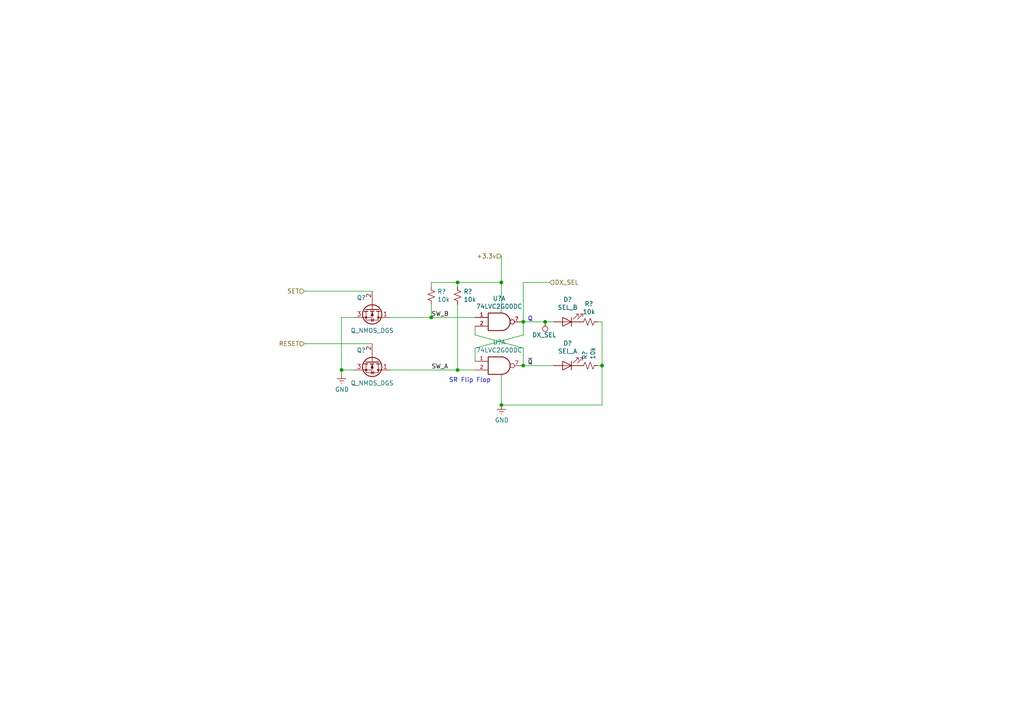
<source format=kicad_sch>
(kicad_sch (version 20210126) (generator eeschema)
  (paper "A4")
  (lib_symbols
    (symbol "DPSwitch-rescue:74LVC2G00-74xgxx" (pin_names (offset 1.016))
      (property "Reference" "U" (at -2.54 3.81 0))
      (property "Value" "74LVC2G00-74xgxx" (at 0 -3.81 0))
      (symbol "74LVC2G00-74xgxx_0_1"
        (arc (start 0 -2.54) (end 0 2.54) (radius (at 0 0) (length 2.54) (angles -89.9 89.9)) (stroke (width 0.254)))
        (polyline (pts (xy 0 -2.54) (xy -3.81 -2.54) (xy -3.81 2.54) (xy 0 2.54)) (stroke (width 0.254)))
        (pin power_in line (at 0 -2.54 270) (length 0) hide (name "GND") (number "4"))
        (pin power_in line (at 0 2.54 90) (length 0) hide (name "VCC") (number "8"))
      )
      (symbol "74LVC2G00-74xgxx_1_1"
        (pin input line (at -7.62 1.27 0) (length 3.81) (name "~") (number "1"))
        (pin input line (at -7.62 -1.27 0) (length 3.81) (name "~") (number "2"))
        (pin output inverted (at 6.35 0 180) (length 3.81) (name "~") (number "7"))
      )
      (symbol "74LVC2G00-74xgxx_2_1"
        (pin output inverted (at 6.35 0 180) (length 3.81) (name "~") (number "3"))
        (pin input line (at -7.62 1.27 0) (length 3.81) (name "~") (number "5"))
        (pin input line (at -7.62 -1.27 0) (length 3.81) (name "~") (number "6"))
      )
    )
    (symbol "DPSwitch-rescue:GND-visclib" (power) (pin_names (offset 0))
      (property "Value" "GND-visclib" (at 0 -3.81 0))
      (symbol "GND-visclib_0_1"
        (polyline (pts (xy -0.635 -1.905) (xy 0.635 -1.905)))
        (polyline (pts (xy -0.127 -2.54) (xy 0.127 -2.54)))
        (polyline (pts (xy 0 -1.27) (xy 0 0)))
        (polyline (pts (xy 1.27 -1.27) (xy -1.27 -1.27)))
      )
      (symbol "GND-visclib_1_1"
        (pin power_in line (at 0 0 270) (length 0) hide (name "GND") (number "1"))
      )
    )
    (symbol "DPSwitch-rescue:LED-device" (pin_numbers hide) (pin_names (offset 1.016) hide)
      (property "Reference" "D" (at 0 2.54 0))
      (property "Value" "LED-device" (at 0 -2.54 0))
      (symbol "LED-device_0_1"
        (polyline (pts (xy -1.27 -1.27) (xy -1.27 1.27)) (stroke (width 0.2032)))
        (polyline (pts (xy -1.27 0) (xy 1.27 0)))
        (polyline (pts (xy 1.27 -1.27) (xy 1.27 1.27) (xy -1.27 0) (xy 1.27 -1.27)) (stroke (width 0.2032)))
        (polyline (pts (xy -3.048 -0.762) (xy -4.572 -2.286) (xy -3.81 -2.286) (xy -4.572 -2.286) (xy -4.572 -1.524)))
        (polyline (pts (xy -1.778 -0.762) (xy -3.302 -2.286) (xy -2.54 -2.286) (xy -3.302 -2.286) (xy -3.302 -1.524)))
      )
      (symbol "LED-device_1_1"
        (pin passive line (at -3.81 0 0) (length 2.54) (name "K") (number "1"))
        (pin passive line (at 3.81 0 180) (length 2.54) (name "A") (number "2"))
      )
    )
    (symbol "DPSwitch-rescue:R_Small_US-device" (pin_numbers hide) (pin_names (offset 0.254) hide)
      (property "Reference" "R" (at 0.762 0.508 0))
      (property "Value" "R_Small_US-device" (at 0.762 -1.016 0))
      (symbol "R_Small_US-device_1_1"
        (polyline (pts (xy 0 0) (xy 1.016 -0.381) (xy 0 -0.762) (xy -1.016 -1.143) (xy 0 -1.524)))
        (polyline (pts (xy 0 1.524) (xy 1.016 1.143) (xy 0 0.762) (xy -1.016 0.381) (xy 0 0)))
        (pin passive line (at 0 2.54 270) (length 1.016) (name "~") (number "1"))
        (pin passive line (at 0 -2.54 90) (length 1.016) (name "~") (number "2"))
      )
    )
    (symbol "DPSwitch-rescue:TP-visclib" (pin_numbers hide) (pin_names (offset 0.762) hide)
      (property "Value" "TP-visclib" (at 0 5.08 90))
      (symbol "TP-visclib_0_1"
        (circle (center 0 2.032) (radius 0.762))
      )
      (symbol "TP-visclib_1_1"
        (pin passive line (at 0 0 90) (length 1.27) (name "1") (number "1"))
      )
    )
    (symbol "Device:Q_NMOS_DGS" (pin_names (offset 0) hide)
      (property "Reference" "Q" (at 5.08 1.27 0))
      (property "Value" "Q_NMOS_DGS" (at 5.08 -1.27 0))
      (symbol "Q_NMOS_DGS_0_1"
        (circle (center 1.651 0) (radius 2.794) (stroke (width 0.254)))
        (circle (center 2.54 -1.778) (radius 0.254) (fill (type outline)))
        (circle (center 2.54 1.778) (radius 0.254) (fill (type outline)))
        (polyline (pts (xy 0.254 0) (xy -2.54 0)))
        (polyline (pts (xy 0.254 1.905) (xy 0.254 -1.905)) (stroke (width 0.254)))
        (polyline (pts (xy 0.762 -1.27) (xy 0.762 -2.286)) (stroke (width 0.254)))
        (polyline (pts (xy 0.762 0.508) (xy 0.762 -0.508)) (stroke (width 0.254)))
        (polyline (pts (xy 0.762 2.286) (xy 0.762 1.27)) (stroke (width 0.254)))
        (polyline (pts (xy 2.54 2.54) (xy 2.54 1.778)))
        (polyline (pts (xy 2.54 -2.54) (xy 2.54 0) (xy 0.762 0)))
        (polyline (pts (xy 0.762 -1.778) (xy 3.302 -1.778) (xy 3.302 1.778) (xy 0.762 1.778)))
        (polyline (pts (xy 2.794 0.508) (xy 2.921 0.381) (xy 3.683 0.381) (xy 3.81 0.254)))
        (polyline (pts (xy 3.302 0.381) (xy 2.921 -0.254) (xy 3.683 -0.254) (xy 3.302 0.381)))
        (polyline (pts (xy 1.016 0) (xy 2.032 0.381) (xy 2.032 -0.381) (xy 1.016 0)) (fill (type outline)))
      )
      (symbol "Q_NMOS_DGS_1_1"
        (pin passive line (at 2.54 5.08 270) (length 2.54) (name "D") (number "1"))
        (pin input line (at -5.08 0 0) (length 2.54) (name "G") (number "2"))
        (pin passive line (at 2.54 -5.08 90) (length 2.54) (name "S") (number "3"))
      )
    )
  )
  (junction (at 99.06 107.315) (diameter 0.9144))
  (junction (at 125.095 92.075) (diameter 0.9144))
  (junction (at 132.715 81.915) (diameter 0.9144))
  (junction (at 132.715 107.315) (diameter 0.9144))
  (junction (at 145.415 81.915) (diameter 0.9144))
  (junction (at 145.415 117.475) (diameter 0.9144))
  (junction (at 151.765 93.345) (diameter 0.9144))
  (junction (at 151.765 106.045) (diameter 0.9144))
  (junction (at 158.115 93.345) (diameter 0.9144))
  (junction (at 174.625 106.045) (diameter 0.9144))
  (wire (pts (xy 88.265 84.455) (xy 107.95 84.455)))
  (wire (pts (xy 88.265 99.695) (xy 107.95 99.695)))
  (wire (pts (xy 99.06 92.075) (xy 99.06 107.315)))
  (wire (pts (xy 99.06 107.315) (xy 102.87 107.315)))
  (wire (pts (xy 99.06 108.585) (xy 99.06 107.315)))
  (wire (pts (xy 102.87 92.075) (xy 99.06 92.075)))
  (wire (pts (xy 113.03 92.075) (xy 125.095 92.075)))
  (wire (pts (xy 113.03 107.315) (xy 132.715 107.315)))
  (wire (pts (xy 125.095 81.915) (xy 132.715 81.915)))
  (wire (pts (xy 125.095 83.185) (xy 125.095 81.915)))
  (wire (pts (xy 125.095 88.265) (xy 125.095 92.075)))
  (wire (pts (xy 125.095 92.075) (xy 137.795 92.075)))
  (wire (pts (xy 132.715 81.915) (xy 132.715 83.185)))
  (wire (pts (xy 132.715 81.915) (xy 145.415 81.915)))
  (wire (pts (xy 132.715 88.265) (xy 132.715 107.315)))
  (wire (pts (xy 132.715 107.315) (xy 137.795 107.315)))
  (wire (pts (xy 137.795 94.615) (xy 137.795 97.155)))
  (wire (pts (xy 137.795 97.155) (xy 151.765 100.965)))
  (wire (pts (xy 137.795 100.965) (xy 151.765 97.155)))
  (wire (pts (xy 137.795 104.775) (xy 137.795 100.965)))
  (wire (pts (xy 145.415 74.295) (xy 145.415 81.915)))
  (wire (pts (xy 145.415 81.915) (xy 145.415 90.805)))
  (wire (pts (xy 145.415 108.585) (xy 145.415 117.475)))
  (wire (pts (xy 151.765 81.915) (xy 159.385 81.915)))
  (wire (pts (xy 151.765 93.345) (xy 151.765 81.915)))
  (wire (pts (xy 151.765 93.345) (xy 158.115 93.345)))
  (wire (pts (xy 151.765 97.155) (xy 151.765 93.345)))
  (wire (pts (xy 151.765 100.965) (xy 151.765 106.045)))
  (wire (pts (xy 158.115 93.345) (xy 160.655 93.345)))
  (wire (pts (xy 160.655 106.045) (xy 151.765 106.045)))
  (wire (pts (xy 173.355 93.345) (xy 174.625 93.345)))
  (wire (pts (xy 173.355 106.045) (xy 174.625 106.045)))
  (wire (pts (xy 174.625 93.345) (xy 174.625 106.045)))
  (wire (pts (xy 174.625 106.045) (xy 174.625 117.475)))
  (wire (pts (xy 174.625 117.475) (xy 145.415 117.475)))
  (text "SR Flip Flop" (at 130.175 111.125 0) (effects (font (size 1.27 1.27)) (justify left bottom)))
  (text "Q" (at 153.035 93.345 0) (effects (font (size 1.27 1.27)) (justify left bottom)))
  (label "SW_B" (at 125.095 92.075 0))
  (label "SW_A" (at 125.095 107.315 0))
  (label "~Q" (at 153.035 106.045 0))
  (hierarchical_label "SET" (shape input) (at 88.265 84.455 180))
  (hierarchical_label "RESET" (shape input) (at 88.265 99.695 180))
  (hierarchical_label "+3.3v" (shape input) (at 145.415 74.295 180))
  (hierarchical_label "DX_SEL" (shape input) (at 159.385 81.915 0))
  (symbol (lib_id "DPSwitch-rescue:TP-visclib") (at 158.115 93.345 180)
    (property "Reference" "TP?" (effects hide))
    (property "Value" "DX_SEL" (at 154.305 97.155 0) (effects (justify right)))
    (property "Footprint" "Visclib:TP-1MM" (effects hide))
  )
  (symbol (lib_id "DPSwitch-rescue:GND-visclib") (at 99.06 108.585 0)
    (property "Reference" "#PWR?" (effects hide))
    (property "Value" "GND" (at 99.187 112.9792 0))
  )
  (symbol (lib_id "DPSwitch-rescue:GND-visclib") (at 145.415 117.475 0)
    (property "Reference" "#PWR?" (effects hide))
    (property "Value" "GND" (at 145.542 121.8692 0))
  )
  (symbol (lib_id "DPSwitch-rescue:R_Small_US-device") (at 125.095 85.725 0)
    (property "Reference" "R?" (at 126.8222 84.5566 0) (effects (justify left)))
    (property "Value" "10k" (at 126.8222 86.868 0) (effects (justify left)))
    (property "Footprint" "Resistors_SMD:R_0603_HandSoldering" (effects hide))
  )
  (symbol (lib_id "DPSwitch-rescue:R_Small_US-device") (at 132.715 85.725 0)
    (property "Reference" "R?" (at 134.4422 84.5566 0) (effects (justify left)))
    (property "Value" "10k" (at 134.4422 86.868 0) (effects (justify left)))
    (property "Footprint" "Resistors_SMD:R_0603_HandSoldering" (effects hide))
  )
  (symbol (lib_id "DPSwitch-rescue:R_Small_US-device") (at 170.815 93.345 270)
    (property "Reference" "R?" (at 170.815 88.138 90))
    (property "Value" "10k" (at 170.815 90.4494 90))
    (property "Footprint" "Resistors_SMD:R_0603_HandSoldering" (effects hide))
  )
  (symbol (lib_id "DPSwitch-rescue:R_Small_US-device") (at 170.815 106.045 90)
    (property "Reference" "R?" (at 169.6466 104.3178 0) (effects (justify left)))
    (property "Value" "10k" (at 171.958 104.3178 0) (effects (justify left)))
    (property "Footprint" "Resistors_SMD:R_0603_HandSoldering" (effects hide))
  )
  (symbol (lib_id "DPSwitch-rescue:LED-device") (at 164.465 93.345 180)
    (property "Reference" "D?" (at 164.6428 86.868 0))
    (property "Value" "SEL_B" (at 164.6428 89.1794 0))
    (property "Footprint" "LEDs:LED_0603_HandSoldering" (effects hide))
  )
  (symbol (lib_id "DPSwitch-rescue:LED-device") (at 164.465 106.045 180)
    (property "Reference" "D?" (at 164.6428 99.568 0))
    (property "Value" "SEL_A" (at 164.6428 101.8794 0))
    (property "Footprint" "LEDs:LED_0603_HandSoldering" (effects hide))
  )
  (symbol (lib_id "DPSwitch-rescue:74LVC2G00-74xgxx") (at 145.415 93.345 0)
    (property "Reference" "U?" (at 144.78 86.5632 0))
    (property "Value" "74LVC2G00DC" (at 144.78 88.8746 0))
    (property "Footprint" "Housings_SSOP:VSSOP-8_2.4x2.1mm_Pitch0.5mm" (effects hide))
    (property "Datasheet" "http://www.ti.com/lit/sg/scyt129e/scyt129e.pdf" (effects hide))
  )
  (symbol (lib_id "DPSwitch-rescue:74LVC2G00-74xgxx") (at 145.415 106.045 0)
    (property "Reference" "U?" (at 144.78 99.2632 0))
    (property "Value" "74LVC2G00DC" (at 144.78 101.5746 0))
    (property "Footprint" "Housings_SSOP:VSSOP-8_2.4x2.1mm_Pitch0.5mm" (effects hide))
    (property "Datasheet" "http://www.ti.com/lit/sg/scyt129e/scyt129e.pdf" (effects hide))
  )
  (symbol (lib_id "Device:Q_NMOS_DGS") (at 107.95 89.535 270)
    (property "Reference" "Q?" (at 104.775 86.36 90))
    (property "Value" "Q_NMOS_DGS" (at 107.95 95.885 90))
  )
  (symbol (lib_id "Device:Q_NMOS_DGS") (at 107.95 104.775 270)
    (property "Reference" "Q?" (at 104.775 101.6 90))
    (property "Value" "Q_NMOS_DGS" (at 107.95 111.125 90))
  )
)
</source>
